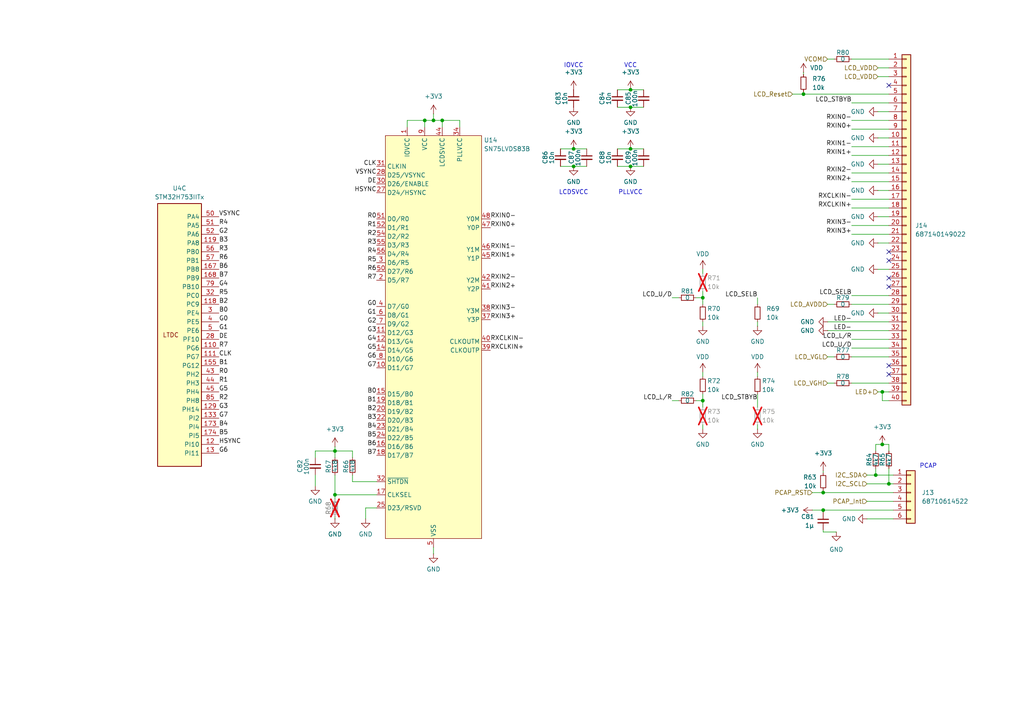
<source format=kicad_sch>
(kicad_sch
	(version 20231120)
	(generator "eeschema")
	(generator_version "8.0")
	(uuid "cfc08744-1338-460e-b9d6-bbb983fd58f1")
	(paper "A4")
	
	(junction
		(at 97.155 130.81)
		(diameter 0)
		(color 0 0 0 0)
		(uuid "0a014240-3880-4e76-9a94-85fc4b86e196")
	)
	(junction
		(at 166.37 48.26)
		(diameter 0)
		(color 0 0 0 0)
		(uuid "1a981e4a-df1f-4554-808a-8cb682e6b709")
	)
	(junction
		(at 255.905 128.905)
		(diameter 0)
		(color 0 0 0 0)
		(uuid "1f38e153-e651-4879-8c77-3220d9bfe30b")
	)
	(junction
		(at 182.88 26.035)
		(diameter 0)
		(color 0 0 0 0)
		(uuid "36bddcfd-11d5-48fe-af61-3a943aa79791")
	)
	(junction
		(at 257.81 140.335)
		(diameter 0)
		(color 0 0 0 0)
		(uuid "3925a27d-4875-405a-8c29-a7ba8d4725f7")
	)
	(junction
		(at 125.73 34.925)
		(diameter 0)
		(color 0 0 0 0)
		(uuid "51eeccfe-6686-4ca9-8aba-d515e08cb179")
	)
	(junction
		(at 203.835 86.36)
		(diameter 0)
		(color 0 0 0 0)
		(uuid "587b8044-6d76-4594-b205-64f5ae3d0cbf")
	)
	(junction
		(at 128.27 34.925)
		(diameter 0)
		(color 0 0 0 0)
		(uuid "5e4fb1b3-b906-42cb-9bcf-1fe43b515c5c")
	)
	(junction
		(at 123.19 34.925)
		(diameter 0)
		(color 0 0 0 0)
		(uuid "6921e377-c6aa-4918-8f18-78751ee65e4b")
	)
	(junction
		(at 233.045 27.305)
		(diameter 0)
		(color 0 0 0 0)
		(uuid "6b7b1be5-7851-40f7-b61c-54746ac8b71c")
	)
	(junction
		(at 166.37 43.18)
		(diameter 0)
		(color 0 0 0 0)
		(uuid "6f2f8254-1c91-4009-962f-948e94f45990")
	)
	(junction
		(at 238.76 147.955)
		(diameter 0)
		(color 0 0 0 0)
		(uuid "833e2d64-fc43-464a-9283-f695744d3d12")
	)
	(junction
		(at 255.905 113.665)
		(diameter 0)
		(color 0 0 0 0)
		(uuid "89518f6e-9c83-421f-9c57-ab6c1f4a7a34")
	)
	(junction
		(at 97.155 143.51)
		(diameter 0)
		(color 0 0 0 0)
		(uuid "b360e58b-d3d1-4f91-b7db-26a83f81783f")
	)
	(junction
		(at 238.76 142.875)
		(diameter 0)
		(color 0 0 0 0)
		(uuid "ba9f6885-d1c2-4976-8e6c-b3c768d67c14")
	)
	(junction
		(at 203.835 116.205)
		(diameter 0)
		(color 0 0 0 0)
		(uuid "cbdd449a-e405-445e-a272-3419885e6243")
	)
	(junction
		(at 182.88 48.26)
		(diameter 0)
		(color 0 0 0 0)
		(uuid "d008a368-33cc-4d3e-b958-698d092dfcd5")
	)
	(junction
		(at 182.88 31.115)
		(diameter 0)
		(color 0 0 0 0)
		(uuid "ec8f96ba-b615-4c3c-85a1-f8ab19bdb118")
	)
	(junction
		(at 182.88 43.18)
		(diameter 0)
		(color 0 0 0 0)
		(uuid "f4221231-7f4d-4ee4-b654-d71f985c5bf1")
	)
	(junction
		(at 254 137.795)
		(diameter 0)
		(color 0 0 0 0)
		(uuid "f621acd5-9b92-4da7-afc1-ea1e53f7700e")
	)
	(no_connect
		(at 257.81 108.585)
		(uuid "206530de-08a6-4322-927d-360e1543f9c3")
	)
	(no_connect
		(at 257.81 80.645)
		(uuid "4670c019-b6c9-4fcc-b1c1-90483035a52d")
	)
	(no_connect
		(at 257.81 73.025)
		(uuid "57ba4c83-7552-48dc-a263-d34d0b323fe5")
	)
	(no_connect
		(at 257.81 83.185)
		(uuid "58e4a9ba-9959-41ee-8aa7-af7bb26bb0fc")
	)
	(no_connect
		(at 257.81 75.565)
		(uuid "6656bea9-1e28-47cc-8494-9faa91d6f4b4")
	)
	(no_connect
		(at 257.81 24.765)
		(uuid "b5294258-8b2c-4d02-a271-4a5af5e8753b")
	)
	(no_connect
		(at 257.81 106.045)
		(uuid "d5a720d4-226e-4161-a590-27effc13fbc0")
	)
	(wire
		(pts
			(xy 182.88 48.26) (xy 186.69 48.26)
		)
		(stroke
			(width 0)
			(type default)
		)
		(uuid "0298da3d-88c6-441a-bd23-3a8b6279e8c9")
	)
	(wire
		(pts
			(xy 251.46 140.335) (xy 257.81 140.335)
		)
		(stroke
			(width 0)
			(type default)
		)
		(uuid "05e528cd-cd25-429f-b1b3-d804461f1fbb")
	)
	(wire
		(pts
			(xy 257.81 135.89) (xy 257.81 140.335)
		)
		(stroke
			(width 0)
			(type default)
		)
		(uuid "06b39ecd-f131-4d5e-be11-106155e0051c")
	)
	(wire
		(pts
			(xy 97.155 149.86) (xy 97.155 150.495)
		)
		(stroke
			(width 0)
			(type default)
		)
		(uuid "09997052-fd26-4555-95c6-8743f1453e4f")
	)
	(wire
		(pts
			(xy 102.235 130.81) (xy 102.235 132.715)
		)
		(stroke
			(width 0)
			(type default)
		)
		(uuid "0c8bd05c-5fba-4223-a449-4cbbc5bdec09")
	)
	(wire
		(pts
			(xy 133.35 34.925) (xy 133.35 36.83)
		)
		(stroke
			(width 0)
			(type default)
		)
		(uuid "0fe53239-7447-4eb5-8ad5-c0e8b73b79db")
	)
	(wire
		(pts
			(xy 125.73 158.75) (xy 125.73 160.655)
		)
		(stroke
			(width 0)
			(type default)
		)
		(uuid "10cb2966-9e76-4d0b-ae0d-260f6ad04f92")
	)
	(wire
		(pts
			(xy 247.015 111.125) (xy 257.81 111.125)
		)
		(stroke
			(width 0)
			(type default)
		)
		(uuid "13c63c44-473b-4821-bfdb-9dab528786c2")
	)
	(wire
		(pts
			(xy 203.835 116.205) (xy 203.835 118.11)
		)
		(stroke
			(width 0)
			(type default)
		)
		(uuid "1682fa89-003e-4157-a37f-bb74a89a1921")
	)
	(wire
		(pts
			(xy 233.045 20.955) (xy 233.045 21.59)
		)
		(stroke
			(width 0)
			(type default)
		)
		(uuid "17155407-70a1-437c-acf1-ef8c745c8d55")
	)
	(wire
		(pts
			(xy 238.76 147.955) (xy 238.76 148.59)
		)
		(stroke
			(width 0)
			(type default)
		)
		(uuid "193249d7-42be-4aa3-9346-3782bac88bef")
	)
	(wire
		(pts
			(xy 203.835 78.105) (xy 203.835 79.375)
		)
		(stroke
			(width 0)
			(type default)
		)
		(uuid "19ebde49-e7ee-4f44-aa21-c9a530b73c81")
	)
	(wire
		(pts
			(xy 254.635 90.805) (xy 257.81 90.805)
		)
		(stroke
			(width 0)
			(type default)
		)
		(uuid "1c029d85-b489-425d-b4be-7fb14080dda1")
	)
	(wire
		(pts
			(xy 247.015 88.265) (xy 257.81 88.265)
		)
		(stroke
			(width 0)
			(type default)
		)
		(uuid "1d48773f-2c67-4fd6-b92d-82324b248da6")
	)
	(wire
		(pts
			(xy 247.015 103.505) (xy 257.81 103.505)
		)
		(stroke
			(width 0)
			(type default)
		)
		(uuid "1ec68ab0-74c3-4639-83cb-e6593f6a6859")
	)
	(wire
		(pts
			(xy 97.155 130.81) (xy 102.235 130.81)
		)
		(stroke
			(width 0)
			(type default)
		)
		(uuid "23b220bd-13e9-445f-ae5e-3ab326eee3d2")
	)
	(wire
		(pts
			(xy 238.76 142.24) (xy 238.76 142.875)
		)
		(stroke
			(width 0)
			(type default)
		)
		(uuid "23c600d3-e761-4c99-b45d-34adfb2a9b67")
	)
	(wire
		(pts
			(xy 247.015 60.325) (xy 257.81 60.325)
		)
		(stroke
			(width 0)
			(type default)
		)
		(uuid "27619d87-814b-4e66-8ce5-84c9b258f0bf")
	)
	(wire
		(pts
			(xy 247.015 65.405) (xy 257.81 65.405)
		)
		(stroke
			(width 0)
			(type default)
		)
		(uuid "2f1b7142-5359-4472-b1fd-de96165f83e6")
	)
	(wire
		(pts
			(xy 254.635 22.225) (xy 257.81 22.225)
		)
		(stroke
			(width 0)
			(type default)
		)
		(uuid "2f4e38f2-30cc-442c-b415-30467d32412d")
	)
	(wire
		(pts
			(xy 109.22 139.7) (xy 102.235 139.7)
		)
		(stroke
			(width 0)
			(type default)
		)
		(uuid "2fa43b00-581c-4b57-a7a9-a604f50b01d8")
	)
	(wire
		(pts
			(xy 194.945 116.205) (xy 196.85 116.205)
		)
		(stroke
			(width 0)
			(type default)
		)
		(uuid "30ffd6f7-ef1f-437f-9a7c-a23e216c9290")
	)
	(wire
		(pts
			(xy 219.71 86.36) (xy 219.71 88.265)
		)
		(stroke
			(width 0)
			(type default)
		)
		(uuid "312df952-f886-423f-9ecc-b76acc89c019")
	)
	(wire
		(pts
			(xy 247.015 57.785) (xy 257.81 57.785)
		)
		(stroke
			(width 0)
			(type default)
		)
		(uuid "338cbeb0-9e4c-42b6-9787-f19a5da2870c")
	)
	(wire
		(pts
			(xy 233.045 26.67) (xy 233.045 27.305)
		)
		(stroke
			(width 0)
			(type default)
		)
		(uuid "354a3f1c-1c85-4f32-9b4a-8a7f5efa4e0a")
	)
	(wire
		(pts
			(xy 254 128.905) (xy 255.905 128.905)
		)
		(stroke
			(width 0)
			(type default)
		)
		(uuid "357e09a7-75f7-41a8-8c60-319f523d3773")
	)
	(wire
		(pts
			(xy 97.155 132.715) (xy 97.155 130.81)
		)
		(stroke
			(width 0)
			(type default)
		)
		(uuid "36eb8b53-c7a4-49dd-be5b-2105c6730fe4")
	)
	(wire
		(pts
			(xy 203.835 114.3) (xy 203.835 116.205)
		)
		(stroke
			(width 0)
			(type default)
		)
		(uuid "37521562-0348-42d1-a316-ad5f22f99668")
	)
	(wire
		(pts
			(xy 106.045 147.32) (xy 109.22 147.32)
		)
		(stroke
			(width 0)
			(type default)
		)
		(uuid "3a719ff8-c0b4-4593-b1f0-e26697bd70c2")
	)
	(wire
		(pts
			(xy 219.71 93.345) (xy 219.71 94.615)
		)
		(stroke
			(width 0)
			(type default)
		)
		(uuid "3ae24d99-1378-4e06-9b17-fab03726b185")
	)
	(wire
		(pts
			(xy 255.905 116.205) (xy 255.905 113.665)
		)
		(stroke
			(width 0)
			(type default)
		)
		(uuid "3d796974-152f-4f56-bd9a-5cb2a66feb94")
	)
	(wire
		(pts
			(xy 251.46 137.795) (xy 254 137.795)
		)
		(stroke
			(width 0)
			(type default)
		)
		(uuid "3f295cfd-ebba-4b1e-bac9-708590bd77b6")
	)
	(wire
		(pts
			(xy 91.44 130.81) (xy 97.155 130.81)
		)
		(stroke
			(width 0)
			(type default)
		)
		(uuid "45d0edf7-736a-4aa7-a23f-5212f8458eff")
	)
	(wire
		(pts
			(xy 247.015 17.145) (xy 257.81 17.145)
		)
		(stroke
			(width 0)
			(type default)
		)
		(uuid "466f5f35-7ab1-4d99-b939-c70f85820bed")
	)
	(wire
		(pts
			(xy 255.905 116.205) (xy 257.81 116.205)
		)
		(stroke
			(width 0)
			(type default)
		)
		(uuid "4718d472-c8b6-4441-ab81-d18e38c07fbd")
	)
	(wire
		(pts
			(xy 247.015 52.705) (xy 257.81 52.705)
		)
		(stroke
			(width 0)
			(type default)
		)
		(uuid "48985834-8e71-434f-b58e-ed9ffa085d20")
	)
	(wire
		(pts
			(xy 238.76 147.955) (xy 259.08 147.955)
		)
		(stroke
			(width 0)
			(type default)
		)
		(uuid "4c814185-20ab-4c63-85a3-08873cf631b5")
	)
	(wire
		(pts
			(xy 235.585 142.875) (xy 238.76 142.875)
		)
		(stroke
			(width 0)
			(type default)
		)
		(uuid "51176f82-a718-44d9-8aac-1fbaebeebff1")
	)
	(wire
		(pts
			(xy 125.73 34.925) (xy 128.27 34.925)
		)
		(stroke
			(width 0)
			(type default)
		)
		(uuid "512c3170-6919-410f-ab24-a01210192fc0")
	)
	(wire
		(pts
			(xy 162.56 48.26) (xy 166.37 48.26)
		)
		(stroke
			(width 0)
			(type default)
		)
		(uuid "57ab13e2-8a92-42d1-9fb8-6b02d0766ffe")
	)
	(wire
		(pts
			(xy 201.93 116.205) (xy 203.835 116.205)
		)
		(stroke
			(width 0)
			(type default)
		)
		(uuid "5bb6ede0-1f09-4ee3-b054-e913caa88144")
	)
	(wire
		(pts
			(xy 254.635 62.865) (xy 257.81 62.865)
		)
		(stroke
			(width 0)
			(type default)
		)
		(uuid "5d74f553-7285-4b03-8f7a-7493264e6ca7")
	)
	(wire
		(pts
			(xy 240.03 93.345) (xy 257.81 93.345)
		)
		(stroke
			(width 0)
			(type default)
		)
		(uuid "5f241d29-31c2-41f4-bd3d-059c2e65be39")
	)
	(wire
		(pts
			(xy 219.71 107.95) (xy 219.71 109.22)
		)
		(stroke
			(width 0)
			(type default)
		)
		(uuid "60c7230e-5bca-4180-bcca-03d23889c8d9")
	)
	(wire
		(pts
			(xy 240.03 17.145) (xy 241.935 17.145)
		)
		(stroke
			(width 0)
			(type default)
		)
		(uuid "618979c3-fee3-4fd4-90b7-b3a321c9831f")
	)
	(wire
		(pts
			(xy 166.37 43.18) (xy 170.18 43.18)
		)
		(stroke
			(width 0)
			(type default)
		)
		(uuid "652c6c39-fa45-4f03-89a8-cde00a0d1335")
	)
	(wire
		(pts
			(xy 194.945 86.36) (xy 196.85 86.36)
		)
		(stroke
			(width 0)
			(type default)
		)
		(uuid "65cc8ab6-13ef-40a8-9b07-cc9baf602c04")
	)
	(wire
		(pts
			(xy 247.015 67.945) (xy 257.81 67.945)
		)
		(stroke
			(width 0)
			(type default)
		)
		(uuid "671eb76e-ac7c-495b-9377-d06227dbda46")
	)
	(wire
		(pts
			(xy 219.71 123.19) (xy 219.71 124.46)
		)
		(stroke
			(width 0)
			(type default)
		)
		(uuid "68278b12-7341-4bce-ab78-6f965d6478a7")
	)
	(wire
		(pts
			(xy 201.93 86.36) (xy 203.835 86.36)
		)
		(stroke
			(width 0)
			(type default)
		)
		(uuid "6e4fea39-f48b-434e-b2ca-502d3b4c5e09")
	)
	(wire
		(pts
			(xy 106.045 150.495) (xy 106.045 147.32)
		)
		(stroke
			(width 0)
			(type default)
		)
		(uuid "6f5af170-38aa-4c58-a2e9-2e76e811c87e")
	)
	(wire
		(pts
			(xy 247.015 100.965) (xy 257.81 100.965)
		)
		(stroke
			(width 0)
			(type default)
		)
		(uuid "71413b15-4c29-4db8-9aca-4d4d08e03b81")
	)
	(wire
		(pts
			(xy 203.835 93.345) (xy 203.835 94.615)
		)
		(stroke
			(width 0)
			(type default)
		)
		(uuid "71808231-1ba2-4266-ac0d-4cd719878a39")
	)
	(wire
		(pts
			(xy 251.46 145.415) (xy 259.08 145.415)
		)
		(stroke
			(width 0)
			(type default)
		)
		(uuid "718cbf0e-2c2e-4dfb-aa82-e96c26e595e9")
	)
	(wire
		(pts
			(xy 123.19 34.925) (xy 125.73 34.925)
		)
		(stroke
			(width 0)
			(type default)
		)
		(uuid "79289023-9eda-4942-b277-ffdf5c17a90c")
	)
	(wire
		(pts
			(xy 219.71 114.3) (xy 219.71 118.11)
		)
		(stroke
			(width 0)
			(type default)
		)
		(uuid "79526d75-b91c-4e80-a209-f4f7252523a2")
	)
	(wire
		(pts
			(xy 240.03 95.885) (xy 257.81 95.885)
		)
		(stroke
			(width 0)
			(type default)
		)
		(uuid "7a3e6c4f-9432-460d-bcc3-675f61fb2f7b")
	)
	(wire
		(pts
			(xy 240.03 88.265) (xy 241.935 88.265)
		)
		(stroke
			(width 0)
			(type default)
		)
		(uuid "7ba4c5a6-fc2a-42bf-835e-6d3fe146eb49")
	)
	(wire
		(pts
			(xy 247.015 85.725) (xy 257.81 85.725)
		)
		(stroke
			(width 0)
			(type default)
		)
		(uuid "7d97b2ea-9c3a-4444-8140-5f88442d21a4")
	)
	(wire
		(pts
			(xy 102.235 139.7) (xy 102.235 137.795)
		)
		(stroke
			(width 0)
			(type default)
		)
		(uuid "7ef4ed38-09cf-4dc1-8d17-593720d6bfbd")
	)
	(wire
		(pts
			(xy 257.81 140.335) (xy 259.08 140.335)
		)
		(stroke
			(width 0)
			(type default)
		)
		(uuid "80449c22-7a2e-48ef-b100-319c64440b08")
	)
	(wire
		(pts
			(xy 91.44 130.81) (xy 91.44 132.715)
		)
		(stroke
			(width 0)
			(type default)
		)
		(uuid "8052b36c-73f0-4c99-a4b1-bba64c1b82e2")
	)
	(wire
		(pts
			(xy 118.11 34.925) (xy 123.19 34.925)
		)
		(stroke
			(width 0)
			(type default)
		)
		(uuid "82256a26-20d4-4f1c-8160-6219baaaf0fd")
	)
	(wire
		(pts
			(xy 179.07 31.115) (xy 182.88 31.115)
		)
		(stroke
			(width 0)
			(type default)
		)
		(uuid "824ceded-869f-4f61-9b0d-737a6d94db16")
	)
	(wire
		(pts
			(xy 254.635 32.385) (xy 257.81 32.385)
		)
		(stroke
			(width 0)
			(type default)
		)
		(uuid "83cc7d18-3605-4624-a3e7-065a5db17972")
	)
	(wire
		(pts
			(xy 97.155 129.54) (xy 97.155 130.81)
		)
		(stroke
			(width 0)
			(type default)
		)
		(uuid "862bf58b-0b37-45d1-90c8-c77c888bb601")
	)
	(wire
		(pts
			(xy 238.76 142.875) (xy 259.08 142.875)
		)
		(stroke
			(width 0)
			(type default)
		)
		(uuid "8a253ece-2bc3-43e4-9198-530d6b262d90")
	)
	(wire
		(pts
			(xy 255.905 113.665) (xy 257.81 113.665)
		)
		(stroke
			(width 0)
			(type default)
		)
		(uuid "8b0d9d8b-5c7a-4cad-883a-66ceb5f7ef54")
	)
	(wire
		(pts
			(xy 240.03 103.505) (xy 241.935 103.505)
		)
		(stroke
			(width 0)
			(type default)
		)
		(uuid "8b6da8b0-de78-4e0a-9628-aa523a0de7bb")
	)
	(wire
		(pts
			(xy 254.635 70.485) (xy 257.81 70.485)
		)
		(stroke
			(width 0)
			(type default)
		)
		(uuid "8fcba768-840e-438e-ac66-8ec626ed306c")
	)
	(wire
		(pts
			(xy 162.56 43.18) (xy 166.37 43.18)
		)
		(stroke
			(width 0)
			(type default)
		)
		(uuid "90afa069-9607-44d1-8a5b-5ef07d699a4a")
	)
	(wire
		(pts
			(xy 238.76 153.67) (xy 238.76 154.305)
		)
		(stroke
			(width 0)
			(type default)
		)
		(uuid "935c8a75-ba66-49fc-92ef-91648e9fffac")
	)
	(wire
		(pts
			(xy 123.19 34.925) (xy 123.19 36.83)
		)
		(stroke
			(width 0)
			(type default)
		)
		(uuid "95aa725c-7b4c-4809-b773-ab53822a785e")
	)
	(wire
		(pts
			(xy 91.44 137.795) (xy 91.44 140.97)
		)
		(stroke
			(width 0)
			(type default)
		)
		(uuid "96be8705-1aaf-4f28-aace-ecacb5b0fc86")
	)
	(wire
		(pts
			(xy 235.585 147.955) (xy 238.76 147.955)
		)
		(stroke
			(width 0)
			(type default)
		)
		(uuid "9af2513d-bd0e-422c-8c69-9f61ea71fb1c")
	)
	(wire
		(pts
			(xy 247.015 34.925) (xy 257.81 34.925)
		)
		(stroke
			(width 0)
			(type default)
		)
		(uuid "9afaf073-8914-4b5f-9a09-321c7823603b")
	)
	(wire
		(pts
			(xy 257.81 128.905) (xy 257.81 130.81)
		)
		(stroke
			(width 0)
			(type default)
		)
		(uuid "9c4d6a6f-f984-42f1-a37b-45ccd36c49c2")
	)
	(wire
		(pts
			(xy 254.635 113.665) (xy 255.905 113.665)
		)
		(stroke
			(width 0)
			(type default)
		)
		(uuid "9cb67b43-cabd-47e1-99bb-bf896041f2a0")
	)
	(wire
		(pts
			(xy 255.905 128.905) (xy 257.81 128.905)
		)
		(stroke
			(width 0)
			(type default)
		)
		(uuid "9cd4ebb7-1f67-4d4a-86a6-5d4df2a67f6d")
	)
	(wire
		(pts
			(xy 238.76 136.525) (xy 238.76 137.16)
		)
		(stroke
			(width 0)
			(type default)
		)
		(uuid "a38bdfda-67d3-463a-8274-24b317601fed")
	)
	(wire
		(pts
			(xy 182.88 43.18) (xy 186.69 43.18)
		)
		(stroke
			(width 0)
			(type default)
		)
		(uuid "a42e8e46-cd2f-432f-9417-b53432b08db3")
	)
	(wire
		(pts
			(xy 233.045 27.305) (xy 257.81 27.305)
		)
		(stroke
			(width 0)
			(type default)
		)
		(uuid "a94d2cb2-c0e3-4b77-867f-08036eb8635e")
	)
	(wire
		(pts
			(xy 166.37 48.26) (xy 170.18 48.26)
		)
		(stroke
			(width 0)
			(type default)
		)
		(uuid "a9ab5bcb-7b6e-465d-8750-6972b61c2bbb")
	)
	(wire
		(pts
			(xy 182.88 31.115) (xy 186.69 31.115)
		)
		(stroke
			(width 0)
			(type default)
		)
		(uuid "aa32b454-0871-44c0-a45c-e8ddba70bf7e")
	)
	(wire
		(pts
			(xy 247.015 50.165) (xy 257.81 50.165)
		)
		(stroke
			(width 0)
			(type default)
		)
		(uuid "ae07fa32-ecd4-4f47-9f9a-68257480dc89")
	)
	(wire
		(pts
			(xy 254.635 19.685) (xy 257.81 19.685)
		)
		(stroke
			(width 0)
			(type default)
		)
		(uuid "ae5d1da4-dc18-4b2d-bc7a-ff67f4fd9e22")
	)
	(wire
		(pts
			(xy 254.635 78.105) (xy 257.81 78.105)
		)
		(stroke
			(width 0)
			(type default)
		)
		(uuid "b3918266-6f83-4b67-95c2-a18adeb3b8f8")
	)
	(wire
		(pts
			(xy 247.015 98.425) (xy 257.81 98.425)
		)
		(stroke
			(width 0)
			(type default)
		)
		(uuid "b74665b8-9c25-4e6e-9b69-3020ade95bd7")
	)
	(wire
		(pts
			(xy 238.76 154.305) (xy 242.57 154.305)
		)
		(stroke
			(width 0)
			(type default)
		)
		(uuid "b7e2efa6-f22e-4665-a0a0-177864f61809")
	)
	(wire
		(pts
			(xy 125.73 33.02) (xy 125.73 34.925)
		)
		(stroke
			(width 0)
			(type default)
		)
		(uuid "b840f00d-7dd3-40a7-a038-2bd1432f126e")
	)
	(wire
		(pts
			(xy 128.27 34.925) (xy 133.35 34.925)
		)
		(stroke
			(width 0)
			(type default)
		)
		(uuid "b92b6ecf-f5c2-4e28-a6c0-424f103af062")
	)
	(wire
		(pts
			(xy 254.635 55.245) (xy 257.81 55.245)
		)
		(stroke
			(width 0)
			(type default)
		)
		(uuid "ba578d3a-fb82-4cea-8c1f-7e1fda372293")
	)
	(wire
		(pts
			(xy 254 137.795) (xy 259.08 137.795)
		)
		(stroke
			(width 0)
			(type default)
		)
		(uuid "bbd5ddb8-14c3-4b2b-aa92-4b50e140d68c")
	)
	(wire
		(pts
			(xy 251.46 150.495) (xy 259.08 150.495)
		)
		(stroke
			(width 0)
			(type default)
		)
		(uuid "bc4832a6-be93-4682-a561-6bd59cf7249f")
	)
	(wire
		(pts
			(xy 254 128.905) (xy 254 130.81)
		)
		(stroke
			(width 0)
			(type default)
		)
		(uuid "bd98bc5c-a944-4744-b53e-8f22f3ee1dda")
	)
	(wire
		(pts
			(xy 247.015 37.465) (xy 257.81 37.465)
		)
		(stroke
			(width 0)
			(type default)
		)
		(uuid "bef8842b-46f7-4d9f-b8ff-b5523cb14e85")
	)
	(wire
		(pts
			(xy 254.635 40.005) (xy 257.81 40.005)
		)
		(stroke
			(width 0)
			(type default)
		)
		(uuid "bf23b9bf-e84b-4f47-83d9-2d403c4d44e9")
	)
	(wire
		(pts
			(xy 179.07 43.18) (xy 182.88 43.18)
		)
		(stroke
			(width 0)
			(type default)
		)
		(uuid "c98340a9-4958-44da-bead-778ce16b983c")
	)
	(wire
		(pts
			(xy 247.015 45.085) (xy 257.81 45.085)
		)
		(stroke
			(width 0)
			(type default)
		)
		(uuid "c9db60b3-18a2-4d9a-b871-8efab5d8404d")
	)
	(wire
		(pts
			(xy 179.07 26.035) (xy 182.88 26.035)
		)
		(stroke
			(width 0)
			(type default)
		)
		(uuid "cedf6cc6-cf0c-4876-9970-dbb1e94e38da")
	)
	(wire
		(pts
			(xy 203.835 86.36) (xy 203.835 88.265)
		)
		(stroke
			(width 0)
			(type default)
		)
		(uuid "e03c2f78-ecb6-4011-a780-91df4e9eb48f")
	)
	(wire
		(pts
			(xy 203.835 107.95) (xy 203.835 109.22)
		)
		(stroke
			(width 0)
			(type default)
		)
		(uuid "e0bfcbdd-bdf9-48a7-a6f5-92a1581af31c")
	)
	(wire
		(pts
			(xy 247.015 42.545) (xy 257.81 42.545)
		)
		(stroke
			(width 0)
			(type default)
		)
		(uuid "e2388c05-3c96-4150-bfba-fabf46d0bbae")
	)
	(wire
		(pts
			(xy 97.155 137.795) (xy 97.155 143.51)
		)
		(stroke
			(width 0)
			(type default)
		)
		(uuid "e70de6e4-78af-4d30-a1cb-1182b39e31e4")
	)
	(wire
		(pts
			(xy 118.11 36.83) (xy 118.11 34.925)
		)
		(stroke
			(width 0)
			(type default)
		)
		(uuid "ea9d0ea8-e098-4297-9c55-b45bedd20476")
	)
	(wire
		(pts
			(xy 179.07 48.26) (xy 182.88 48.26)
		)
		(stroke
			(width 0)
			(type default)
		)
		(uuid "f16df34f-8751-4964-b975-6f243a856a47")
	)
	(wire
		(pts
			(xy 240.03 111.125) (xy 241.935 111.125)
		)
		(stroke
			(width 0)
			(type default)
		)
		(uuid "f2557df2-1adf-456b-8f1a-153221d9ea7f")
	)
	(wire
		(pts
			(xy 254 135.89) (xy 254 137.795)
		)
		(stroke
			(width 0)
			(type default)
		)
		(uuid "f34b4a7f-30c2-4c02-acad-64be66476446")
	)
	(wire
		(pts
			(xy 97.155 143.51) (xy 109.22 143.51)
		)
		(stroke
			(width 0)
			(type default)
		)
		(uuid "f554973e-e8dd-4851-bca8-6fe663208a8f")
	)
	(wire
		(pts
			(xy 97.155 143.51) (xy 97.155 144.78)
		)
		(stroke
			(width 0)
			(type default)
		)
		(uuid "f564e718-be05-4a41-9b64-a20ab63ac335")
	)
	(wire
		(pts
			(xy 203.835 123.19) (xy 203.835 124.46)
		)
		(stroke
			(width 0)
			(type default)
		)
		(uuid "f86d5a4b-b4ea-4bd2-b58a-bff92fc439ab")
	)
	(wire
		(pts
			(xy 247.015 29.845) (xy 257.81 29.845)
		)
		(stroke
			(width 0)
			(type default)
		)
		(uuid "f8bd3e43-06b8-48bc-969c-a24c8a936e42")
	)
	(wire
		(pts
			(xy 229.87 27.305) (xy 233.045 27.305)
		)
		(stroke
			(width 0)
			(type default)
		)
		(uuid "f907b5bd-be26-4ce3-bba1-b715c06131de")
	)
	(wire
		(pts
			(xy 203.835 84.455) (xy 203.835 86.36)
		)
		(stroke
			(width 0)
			(type default)
		)
		(uuid "fc269f37-55eb-4e62-8764-57f209f35f43")
	)
	(wire
		(pts
			(xy 254.635 47.625) (xy 257.81 47.625)
		)
		(stroke
			(width 0)
			(type default)
		)
		(uuid "fd2d8bec-9089-483f-bc2e-e8ddcafcfebb")
	)
	(wire
		(pts
			(xy 128.27 34.925) (xy 128.27 36.83)
		)
		(stroke
			(width 0)
			(type default)
		)
		(uuid "fe954440-ef8c-4f09-84e0-0a27616cf92c")
	)
	(wire
		(pts
			(xy 182.88 26.035) (xy 186.69 26.035)
		)
		(stroke
			(width 0)
			(type default)
		)
		(uuid "ffa19dcc-fc4d-4cde-b3c6-4f1326019579")
	)
	(text "PLLVCC"
		(exclude_from_sim no)
		(at 182.88 55.88 0)
		(effects
			(font
				(size 1.27 1.27)
			)
		)
		(uuid "69441736-eb38-4f01-a3f7-3aea416466f1")
	)
	(text "VCC"
		(exclude_from_sim no)
		(at 182.88 19.05 0)
		(effects
			(font
				(size 1.27 1.27)
			)
		)
		(uuid "7910a5ee-8ec7-4e91-a5a0-12c5f115d328")
	)
	(text "PCAP"
		(exclude_from_sim no)
		(at 269.24 135.255 0)
		(effects
			(font
				(size 1.27 1.27)
			)
		)
		(uuid "953f9d08-beaa-4a51-9778-13ce58a1a9e4")
	)
	(text "IOVCC"
		(exclude_from_sim no)
		(at 166.37 19.05 0)
		(effects
			(font
				(size 1.27 1.27)
			)
		)
		(uuid "9606f5f8-be5b-4b2d-8242-fc97946d3518")
	)
	(text "LCDSVCC"
		(exclude_from_sim no)
		(at 166.37 55.88 0)
		(effects
			(font
				(size 1.27 1.27)
			)
		)
		(uuid "b0eadaf5-52dd-452a-a86a-3eeecaa6db12")
	)
	(label "RXIN3-"
		(at 142.24 90.17 0)
		(effects
			(font
				(size 1.27 1.27)
			)
			(justify left bottom)
		)
		(uuid "00d2695c-ba7e-4b9b-a7dc-eb3405ab6848")
	)
	(label "CLK"
		(at 109.22 48.26 180)
		(effects
			(font
				(size 1.27 1.27)
			)
			(justify right bottom)
		)
		(uuid "0152042a-2e95-49bd-8c52-583776a4d18d")
	)
	(label "G7"
		(at 109.22 106.68 180)
		(effects
			(font
				(size 1.27 1.27)
			)
			(justify right bottom)
		)
		(uuid "08754e1f-e8f7-4846-ab84-6afec5cd4af9")
	)
	(label "R6"
		(at 63.5 75.565 0)
		(effects
			(font
				(size 1.27 1.27)
			)
			(justify left bottom)
		)
		(uuid "08ca3b5f-fac8-4fb4-9832-087b8859e3e4")
	)
	(label "G6"
		(at 63.5 131.445 0)
		(effects
			(font
				(size 1.27 1.27)
			)
			(justify left bottom)
		)
		(uuid "096b0597-da20-426d-a588-67938caf16a3")
	)
	(label "B0"
		(at 109.22 114.3 180)
		(effects
			(font
				(size 1.27 1.27)
			)
			(justify right bottom)
		)
		(uuid "096d8b65-3f35-45ea-a2cb-ec5d8c6d025a")
	)
	(label "RXIN2+"
		(at 247.015 52.705 180)
		(effects
			(font
				(size 1.27 1.27)
			)
			(justify right bottom)
		)
		(uuid "0e44530d-a1d4-42ae-910e-b7fa88ab0906")
	)
	(label "G6"
		(at 109.22 104.14 180)
		(effects
			(font
				(size 1.27 1.27)
			)
			(justify right bottom)
		)
		(uuid "148f24ec-133d-46ba-8469-e51a77694918")
	)
	(label "LED-"
		(at 247.015 95.885 180)
		(effects
			(font
				(size 1.27 1.27)
			)
			(justify right bottom)
		)
		(uuid "1734c896-d62e-44bd-8d20-21a2e9dccd60")
	)
	(label "B0"
		(at 63.5 90.805 0)
		(effects
			(font
				(size 1.27 1.27)
			)
			(justify left bottom)
		)
		(uuid "2533289e-e9d3-45ba-974c-2c60d94ab3ac")
	)
	(label "B5"
		(at 63.5 126.365 0)
		(effects
			(font
				(size 1.27 1.27)
			)
			(justify left bottom)
		)
		(uuid "2b03ce00-50b9-443b-a694-95e2ad9fbd0b")
	)
	(label "RXCLKIN+"
		(at 247.015 60.325 180)
		(effects
			(font
				(size 1.27 1.27)
			)
			(justify right bottom)
		)
		(uuid "2bc06b32-3f21-403a-9e2f-cc5591cc7bf4")
	)
	(label "B6"
		(at 63.5 78.105 0)
		(effects
			(font
				(size 1.27 1.27)
			)
			(justify left bottom)
		)
		(uuid "2f13269d-acbc-4026-a52b-966bcaf67fb9")
	)
	(label "R5"
		(at 109.22 76.2 180)
		(effects
			(font
				(size 1.27 1.27)
			)
			(justify right bottom)
		)
		(uuid "2f9635c8-4f48-4faf-a078-cffff38268eb")
	)
	(label "G5"
		(at 109.22 101.6 180)
		(effects
			(font
				(size 1.27 1.27)
			)
			(justify right bottom)
		)
		(uuid "2ff65520-03fa-4157-9b8f-e439531e5d4d")
	)
	(label "R5"
		(at 63.5 85.725 0)
		(effects
			(font
				(size 1.27 1.27)
			)
			(justify left bottom)
		)
		(uuid "30a26e4c-77dd-4daa-959d-9445d0b53384")
	)
	(label "LCD_STBYB"
		(at 219.71 116.205 180)
		(effects
			(font
				(size 1.27 1.27)
			)
			(justify right bottom)
		)
		(uuid "313daad7-5729-4cd5-a0eb-96ce9856e820")
	)
	(label "HSYNC"
		(at 63.5 128.905 0)
		(effects
			(font
				(size 1.27 1.27)
			)
			(justify left bottom)
		)
		(uuid "37ed1a4c-aaa7-4117-9939-eaf71c7fd3dd")
	)
	(label "VSYNC"
		(at 63.5 62.865 0)
		(effects
			(font
				(size 1.27 1.27)
			)
			(justify left bottom)
		)
		(uuid "4027ccb6-ccfc-48bb-ac38-97fd486ede19")
	)
	(label "R3"
		(at 63.5 73.025 0)
		(effects
			(font
				(size 1.27 1.27)
			)
			(justify left bottom)
		)
		(uuid "402fbdd1-f16d-42f6-b6d4-2893e3aeedfc")
	)
	(label "RXIN3+"
		(at 142.24 92.71 0)
		(effects
			(font
				(size 1.27 1.27)
			)
			(justify left bottom)
		)
		(uuid "4a58a965-b7ea-4b42-b760-89192e489f04")
	)
	(label "B3"
		(at 63.5 70.485 0)
		(effects
			(font
				(size 1.27 1.27)
			)
			(justify left bottom)
		)
		(uuid "4fe9fb27-c50c-4dba-8b12-14fe9d941704")
	)
	(label "R0"
		(at 63.5 108.585 0)
		(effects
			(font
				(size 1.27 1.27)
			)
			(justify left bottom)
		)
		(uuid "5036eab7-a315-4c60-9769-172ad985f941")
	)
	(label "R6"
		(at 109.22 78.74 180)
		(effects
			(font
				(size 1.27 1.27)
			)
			(justify right bottom)
		)
		(uuid "50a8c713-5dc9-4c0c-87ac-23fc241eaac3")
	)
	(label "RXIN3+"
		(at 247.015 67.945 180)
		(effects
			(font
				(size 1.27 1.27)
			)
			(justify right bottom)
		)
		(uuid "57003274-96a1-4384-8c1a-2fe513369741")
	)
	(label "R1"
		(at 63.5 111.125 0)
		(effects
			(font
				(size 1.27 1.27)
			)
			(justify left bottom)
		)
		(uuid "57fc748d-c2ac-41da-bfa8-02cfdd97af99")
	)
	(label "B1"
		(at 109.22 116.84 180)
		(effects
			(font
				(size 1.27 1.27)
			)
			(justify right bottom)
		)
		(uuid "5a19eec5-bc36-4a24-9e46-c05116e0da24")
	)
	(label "RXIN2-"
		(at 142.24 81.28 0)
		(effects
			(font
				(size 1.27 1.27)
			)
			(justify left bottom)
		)
		(uuid "5db48e7d-4953-4fc8-b0c0-3d62cafc07b8")
	)
	(label "G3"
		(at 63.5 118.745 0)
		(effects
			(font
				(size 1.27 1.27)
			)
			(justify left bottom)
		)
		(uuid "5ece0f61-52d4-421f-b104-18f73cbff931")
	)
	(label "DE"
		(at 63.5 98.425 0)
		(effects
			(font
				(size 1.27 1.27)
			)
			(justify left bottom)
		)
		(uuid "5f11e062-7669-4fed-ae54-2410bfd2c9aa")
	)
	(label "B4"
		(at 109.22 124.46 180)
		(effects
			(font
				(size 1.27 1.27)
			)
			(justify right bottom)
		)
		(uuid "6243d259-549d-440c-89a5-83209aebb695")
	)
	(label "G3"
		(at 109.22 96.52 180)
		(effects
			(font
				(size 1.27 1.27)
			)
			(justify right bottom)
		)
		(uuid "6475158b-452e-4407-bc5c-cbe2225862a0")
	)
	(label "B3"
		(at 109.22 121.92 180)
		(effects
			(font
				(size 1.27 1.27)
			)
			(justify right bottom)
		)
		(uuid "68a208c6-5f66-4de8-95eb-958a270c0efd")
	)
	(label "RXIN2+"
		(at 142.24 83.82 0)
		(effects
			(font
				(size 1.27 1.27)
			)
			(justify left bottom)
		)
		(uuid "6a680cca-13a6-4f53-947d-dd7b77cb8d80")
	)
	(label "RXCLKIN-"
		(at 142.24 99.06 0)
		(effects
			(font
				(size 1.27 1.27)
			)
			(justify left bottom)
		)
		(uuid "6f80c29e-dcfb-470f-b8a3-254f5fe8390b")
	)
	(label "G2"
		(at 109.22 93.98 180)
		(effects
			(font
				(size 1.27 1.27)
			)
			(justify right bottom)
		)
		(uuid "6fe78f8c-aa6c-495b-a2d0-7e4f6326bc40")
	)
	(label "LCD_L{slash}R"
		(at 194.945 116.205 180)
		(effects
			(font
				(size 1.27 1.27)
			)
			(justify right bottom)
		)
		(uuid "701f3dff-6da1-4e71-87d5-12c85549e106")
	)
	(label "R3"
		(at 109.22 71.12 180)
		(effects
			(font
				(size 1.27 1.27)
			)
			(justify right bottom)
		)
		(uuid "708b591f-2881-4ae0-a20b-d8559f75da6e")
	)
	(label "B5"
		(at 109.22 127 180)
		(effects
			(font
				(size 1.27 1.27)
			)
			(justify right bottom)
		)
		(uuid "70da06be-4e17-4517-957d-299c1ceb91d9")
	)
	(label "LCD_U{slash}D"
		(at 194.945 86.36 180)
		(effects
			(font
				(size 1.27 1.27)
			)
			(justify right bottom)
		)
		(uuid "736e1f78-2325-48bc-b630-11f9ba7deaad")
	)
	(label "G1"
		(at 109.22 91.44 180)
		(effects
			(font
				(size 1.27 1.27)
			)
			(justify right bottom)
		)
		(uuid "82a3c86b-2ae2-4258-a371-0c95745c9d37")
	)
	(label "RXIN1-"
		(at 247.015 42.545 180)
		(effects
			(font
				(size 1.27 1.27)
			)
			(justify right bottom)
		)
		(uuid "9071c682-3516-4aba-9b72-926e5fa6e5bc")
	)
	(label "R4"
		(at 109.22 73.66 180)
		(effects
			(font
				(size 1.27 1.27)
			)
			(justify right bottom)
		)
		(uuid "90d54928-5f90-4149-bde2-70defc6cd53c")
	)
	(label "B2"
		(at 109.22 119.38 180)
		(effects
			(font
				(size 1.27 1.27)
			)
			(justify right bottom)
		)
		(uuid "939d674a-7322-4175-89d4-6cd3eda47fcd")
	)
	(label "R2"
		(at 63.5 116.205 0)
		(effects
			(font
				(size 1.27 1.27)
			)
			(justify left bottom)
		)
		(uuid "94c16b95-1411-4c82-ab58-c6752095558e")
	)
	(label "RXIN1+"
		(at 247.015 45.085 180)
		(effects
			(font
				(size 1.27 1.27)
			)
			(justify right bottom)
		)
		(uuid "9905f431-c83d-495d-8fe2-35654f4019ee")
	)
	(label "R2"
		(at 109.22 68.58 180)
		(effects
			(font
				(size 1.27 1.27)
			)
			(justify right bottom)
		)
		(uuid "9935db15-f43d-43b7-bea3-038a4563c6a7")
	)
	(label "G4"
		(at 63.5 83.185 0)
		(effects
			(font
				(size 1.27 1.27)
			)
			(justify left bottom)
		)
		(uuid "9a114369-d623-4017-b616-6be20bbadbe7")
	)
	(label "G5"
		(at 63.5 113.665 0)
		(effects
			(font
				(size 1.27 1.27)
			)
			(justify left bottom)
		)
		(uuid "a74c3866-9696-441e-9426-16d3b6653334")
	)
	(label "R1"
		(at 109.22 66.04 180)
		(effects
			(font
				(size 1.27 1.27)
			)
			(justify right bottom)
		)
		(uuid "a817359a-3459-47a6-8818-6adb45365941")
	)
	(label "R7"
		(at 109.22 81.28 180)
		(effects
			(font
				(size 1.27 1.27)
			)
			(justify right bottom)
		)
		(uuid "ac079dbe-5a78-4a17-966e-171b8aced527")
	)
	(label "LCD_L{slash}R"
		(at 247.015 98.425 180)
		(effects
			(font
				(size 1.27 1.27)
			)
			(justify right bottom)
		)
		(uuid "af953849-ae79-4acc-9dd4-43444d84753b")
	)
	(label "B6"
		(at 109.22 129.54 180)
		(effects
			(font
				(size 1.27 1.27)
			)
			(justify right bottom)
		)
		(uuid "b0621dcb-a832-422e-b6eb-2d5b296b5c91")
	)
	(label "B1"
		(at 63.5 106.045 0)
		(effects
			(font
				(size 1.27 1.27)
			)
			(justify left bottom)
		)
		(uuid "b8bb422a-6cb6-44d7-8efe-c78bca779ae7")
	)
	(label "RXIN3-"
		(at 247.015 65.405 180)
		(effects
			(font
				(size 1.27 1.27)
			)
			(justify right bottom)
		)
		(uuid "b9c11c3c-104f-422e-aa41-9c235b7c0fc2")
	)
	(label "RXIN0+"
		(at 142.24 66.04 0)
		(effects
			(font
				(size 1.27 1.27)
			)
			(justify left bottom)
		)
		(uuid "b9c9e84b-4347-4742-9098-b667fb92b454")
	)
	(label "B7"
		(at 63.5 80.645 0)
		(effects
			(font
				(size 1.27 1.27)
			)
			(justify left bottom)
		)
		(uuid "c02d7445-1166-41f6-90dc-bbc5efa3194f")
	)
	(label "RXIN0+"
		(at 247.015 37.465 180)
		(effects
			(font
				(size 1.27 1.27)
			)
			(justify right bottom)
		)
		(uuid "c4763b04-115c-41c7-850d-a985c42bc0c0")
	)
	(label "RXIN0-"
		(at 142.24 63.5 0)
		(effects
			(font
				(size 1.27 1.27)
			)
			(justify left bottom)
		)
		(uuid "c7fe985c-fcd6-423c-9a11-e177e191ec62")
	)
	(label "G0"
		(at 109.22 88.9 180)
		(effects
			(font
				(size 1.27 1.27)
			)
			(justify right bottom)
		)
		(uuid "c8abbefb-8dd6-4a5b-a015-e266fb5b1ef4")
	)
	(label "R0"
		(at 109.22 63.5 180)
		(effects
			(font
				(size 1.27 1.27)
			)
			(justify right bottom)
		)
		(uuid "c9efc170-5f61-4d65-ad7e-22c526cf67ae")
	)
	(label "RXIN0-"
		(at 247.015 34.925 180)
		(effects
			(font
				(size 1.27 1.27)
			)
			(justify right bottom)
		)
		(uuid "d06c52dc-fbc3-4fab-9eee-173335b7e10f")
	)
	(label "RXIN2-"
		(at 247.015 50.165 180)
		(effects
			(font
				(size 1.27 1.27)
			)
			(justify right bottom)
		)
		(uuid "d0a7a9ef-000a-4c51-ad98-e4f29d14666f")
	)
	(label "VSYNC"
		(at 109.22 50.8 180)
		(effects
			(font
				(size 1.27 1.27)
			)
			(justify right bottom)
		)
		(uuid "d2598da9-f418-4cea-ba7a-c8a9e011890c")
	)
	(label "LED-"
		(at 247.015 93.345 180)
		(effects
			(font
				(size 1.27 1.27)
			)
			(justify right bottom)
		)
		(uuid "d39ef679-e84b-4496-9a68-7890c3c1cf76")
	)
	(label "CLK"
		(at 63.5 103.505 0)
		(effects
			(font
				(size 1.27 1.27)
			)
			(justify left bottom)
		)
		(uuid "d517b796-9870-4a9a-9e4d-e348d03fd5c2")
	)
	(label "B7"
		(at 109.22 132.08 180)
		(effects
			(font
				(size 1.27 1.27)
			)
			(justify right bottom)
		)
		(uuid "d8f9f2c4-0c1b-4083-a93f-78683476a003")
	)
	(label "RXIN1+"
		(at 142.24 74.93 0)
		(effects
			(font
				(size 1.27 1.27)
			)
			(justify left bottom)
		)
		(uuid "ddbd3f55-cf36-4eac-ac86-5a9811fc7432")
	)
	(label "G4"
		(at 109.22 99.06 180)
		(effects
			(font
				(size 1.27 1.27)
			)
			(justify right bottom)
		)
		(uuid "de5900e9-f2b0-45a4-a513-48b158a9284c")
	)
	(label "G1"
		(at 63.5 95.885 0)
		(effects
			(font
				(size 1.27 1.27)
			)
			(justify left bottom)
		)
		(uuid "de7d90ee-d86b-4bfd-a987-0356c8844a67")
	)
	(label "HSYNC"
		(at 109.22 55.88 180)
		(effects
			(font
				(size 1.27 1.27)
			)
			(justify right bottom)
		)
		(uuid "dec2560e-1c9e-4de4-99ac-b11179322378")
	)
	(label "DE"
		(at 109.22 53.34 180)
		(effects
			(font
				(size 1.27 1.27)
			)
			(justify right bottom)
		)
		(uuid "ded0d982-9f4c-41a8-b23e-e86a83d8dcfa")
	)
	(label "G0"
		(at 63.5 93.345 0)
		(effects
			(font
				(size 1.27 1.27)
			)
			(justify left bottom)
		)
		(uuid "e050301c-7a8f-46e2-809d-9668034dcb70")
	)
	(label "G7"
		(at 63.5 121.285 0)
		(effects
			(font
				(size 1.27 1.27)
			)
			(justify left bottom)
		)
		(uuid "e25cac01-a1d1-4410-9453-dc1e7dee9884")
	)
	(label "RXCLKIN-"
		(at 247.015 57.785 180)
		(effects
			(font
				(size 1.27 1.27)
			)
			(justify right bottom)
		)
		(uuid "e3479dc0-fac6-47ea-afd9-7a262d6f45ef")
	)
	(label "B4"
		(at 63.5 123.825 0)
		(effects
			(font
				(size 1.27 1.27)
			)
			(justify left bottom)
		)
		(uuid "e7ccaf11-9574-4634-8ca0-f954410a4778")
	)
	(label "R4"
		(at 63.5 65.405 0)
		(effects
			(font
				(size 1.27 1.27)
			)
			(justify left bottom)
		)
		(uuid "e91c9602-f555-4d1a-969c-4d914a963e81")
	)
	(label "LCD_SELB"
		(at 219.71 86.36 180)
		(effects
			(font
				(size 1.27 1.27)
			)
			(justify right bottom)
		)
		(uuid "e9d94d1f-97da-4201-b98e-6b26159f2204")
	)
	(label "B2"
		(at 63.5 88.265 0)
		(effects
			(font
				(size 1.27 1.27)
			)
			(justify left bottom)
		)
		(uuid "ed36f253-9a6b-4cae-b9ae-6752c6373800")
	)
	(label "LCD_U{slash}D"
		(at 247.015 100.965 180)
		(effects
			(font
				(size 1.27 1.27)
			)
			(justify right bottom)
		)
		(uuid "f1579240-69c8-4d8a-89ae-2a00d9698b8b")
	)
	(label "RXIN1-"
		(at 142.24 72.39 0)
		(effects
			(font
				(size 1.27 1.27)
			)
			(justify left bottom)
		)
		(uuid "f360c92e-2eb1-4534-86d2-2f65a605e7b6")
	)
	(label "G2"
		(at 63.5 67.945 0)
		(effects
			(font
				(size 1.27 1.27)
			)
			(justify left bottom)
		)
		(uuid "f40a8545-3449-45e3-888c-94ec74c3e77a")
	)
	(label "LCD_STBYB"
		(at 247.015 29.845 180)
		(effects
			(font
				(size 1.27 1.27)
			)
			(justify right bottom)
		)
		(uuid "f71214ca-fedd-46f5-9f55-ff4662ffc85a")
	)
	(label "LCD_SELB"
		(at 247.015 85.725 180)
		(effects
			(font
				(size 1.27 1.27)
			)
			(justify right bottom)
		)
		(uuid "f95e3bdd-eb99-4910-b163-a94bde2e55b0")
	)
	(label "R7"
		(at 63.5 100.965 0)
		(effects
			(font
				(size 1.27 1.27)
			)
			(justify left bottom)
		)
		(uuid "fa4f78e8-8127-423f-8374-784ea8cb31b0")
	)
	(label "RXCLKIN+"
		(at 142.24 101.6 0)
		(effects
			(font
				(size 1.27 1.27)
			)
			(justify left bottom)
		)
		(uuid "fed5ce88-e465-4cb9-ac19-177ee6aeaeae")
	)
	(hierarchical_label "I2C_SCL"
		(shape input)
		(at 251.46 140.335 180)
		(effects
			(font
				(size 1.27 1.27)
			)
			(justify right)
		)
		(uuid "1ab6f00c-4a46-41c8-ae71-62438a1901db")
	)
	(hierarchical_label "PCAP_Int"
		(shape input)
		(at 251.46 145.415 180)
		(effects
			(font
				(size 1.27 1.27)
			)
			(justify right)
		)
		(uuid "1baf865d-5d73-4094-9716-7ec9ddfb880c")
	)
	(hierarchical_label "LCD_VDD"
		(shape input)
		(at 254.635 19.685 180)
		(effects
			(font
				(size 1.27 1.27)
			)
			(justify right)
		)
		(uuid "1cb8394a-6551-44a5-94f5-9a55976fa885")
	)
	(hierarchical_label "LCD_Reset"
		(shape input)
		(at 229.87 27.305 180)
		(effects
			(font
				(size 1.27 1.27)
			)
			(justify right)
		)
		(uuid "3579fe0b-9c7c-44f8-b11f-875457a2d732")
	)
	(hierarchical_label "LED+"
		(shape input)
		(at 254.635 113.665 180)
		(effects
			(font
				(size 1.27 1.27)
			)
			(justify right)
		)
		(uuid "5d887882-77df-48ca-a3fa-32f22354fec8")
	)
	(hierarchical_label "PCAP_RST"
		(shape input)
		(at 235.585 142.875 180)
		(effects
			(font
				(size 1.27 1.27)
			)
			(justify right)
		)
		(uuid "70f5d4c1-d1b5-4cd8-be6e-bae512455c36")
	)
	(hierarchical_label "LCD_VDD"
		(shape input)
		(at 254.635 22.225 180)
		(effects
			(font
				(size 1.27 1.27)
			)
			(justify right)
		)
		(uuid "718c457c-fe3e-4eaf-b528-ded487caec70")
	)
	(hierarchical_label "LCD_AVDD"
		(shape input)
		(at 240.03 88.265 180)
		(effects
			(font
				(size 1.27 1.27)
			)
			(justify right)
		)
		(uuid "a745d38e-3ecf-4a92-87f8-56a262c48090")
	)
	(hierarchical_label "LCD_VGL"
		(shape input)
		(at 240.03 103.505 180)
		(effects
			(font
				(size 1.27 1.27)
			)
			(justify right)
		)
		(uuid "ba6aa2aa-24fd-4032-ad36-51c269141a80")
	)
	(hierarchical_label "LCD_VGH"
		(shape input)
		(at 240.03 111.125 180)
		(effects
			(font
				(size 1.27 1.27)
			)
			(justify right)
		)
		(uuid "d13f801a-0cc5-4ca0-985c-aa8dc2440f1b")
	)
	(hierarchical_label "I2C_SDA"
		(shape bidirectional)
		(at 251.46 137.795 180)
		(effects
			(font
				(size 1.27 1.27)
			)
			(justify right)
		)
		(uuid "dfa79da5-f1e7-4715-9c84-2d937db7ef21")
	)
	(hierarchical_label "VCOM"
		(shape input)
		(at 240.03 17.145 180)
		(effects
			(font
				(size 1.27 1.27)
			)
			(justify right)
		)
		(uuid "ef493566-be05-4363-ae1e-b8d428e435c9")
	)
	(symbol
		(lib_id "power:GND")
		(at 240.03 93.345 270)
		(unit 1)
		(exclude_from_sim no)
		(in_bom yes)
		(on_board yes)
		(dnp no)
		(fields_autoplaced yes)
		(uuid "00a2550e-e701-422f-ac73-57f4959769e8")
		(property "Reference" "#PWR0155"
			(at 233.68 93.345 0)
			(effects
				(font
					(size 1.27 1.27)
				)
				(hide yes)
			)
		)
		(property "Value" "GND"
			(at 236.22 93.3449 90)
			(effects
				(font
					(size 1.27 1.27)
				)
				(justify right)
			)
		)
		(property "Footprint" ""
			(at 240.03 93.345 0)
			(effects
				(font
					(size 1.27 1.27)
				)
				(hide yes)
			)
		)
		(property "Datasheet" ""
			(at 240.03 93.345 0)
			(effects
				(font
					(size 1.27 1.27)
				)
				(hide yes)
			)
		)
		(property "Description" "Power symbol creates a global label with name \"GND\" , ground"
			(at 240.03 93.345 0)
			(effects
				(font
					(size 1.27 1.27)
				)
				(hide yes)
			)
		)
		(pin "1"
			(uuid "3177491a-4e8b-4c37-839e-12827e2195a2")
		)
		(instances
			(project "FT25-Charger"
				(path "/0dca9b66-f638-4727-874b-1b91b6921c17/34256820-5635-4c85-a70b-596b3ee01bd0"
					(reference "#PWR0155")
					(unit 1)
				)
			)
		)
	)
	(symbol
		(lib_id "Device:R_Small")
		(at 244.475 88.265 90)
		(unit 1)
		(exclude_from_sim no)
		(in_bom yes)
		(on_board yes)
		(dnp no)
		(uuid "00c3e367-32eb-4131-b7eb-7a52901b9fd0")
		(property "Reference" "R79"
			(at 244.475 86.36 90)
			(effects
				(font
					(size 1.27 1.27)
				)
			)
		)
		(property "Value" "0"
			(at 244.475 88.265 90)
			(effects
				(font
					(size 1.27 1.27)
				)
			)
		)
		(property "Footprint" ""
			(at 244.475 88.265 0)
			(effects
				(font
					(size 1.27 1.27)
				)
				(hide yes)
			)
		)
		(property "Datasheet" "~"
			(at 244.475 88.265 0)
			(effects
				(font
					(size 1.27 1.27)
				)
				(hide yes)
			)
		)
		(property "Description" "Resistor, small symbol"
			(at 244.475 88.265 0)
			(effects
				(font
					(size 1.27 1.27)
				)
				(hide yes)
			)
		)
		(pin "2"
			(uuid "aa0a3afd-a12f-4ab5-a92c-a0f686c42b87")
		)
		(pin "1"
			(uuid "8c1e1d5e-920a-4e62-94be-e0c1fb50146e")
		)
		(instances
			(project "FT25-Charger"
				(path "/0dca9b66-f638-4727-874b-1b91b6921c17/34256820-5635-4c85-a70b-596b3ee01bd0"
					(reference "R79")
					(unit 1)
				)
			)
		)
	)
	(symbol
		(lib_id "power:+3V3")
		(at 182.88 26.035 0)
		(unit 1)
		(exclude_from_sim no)
		(in_bom yes)
		(on_board yes)
		(dnp no)
		(fields_autoplaced yes)
		(uuid "00e5102c-e17a-4554-b3ce-bbdcbcbffe07")
		(property "Reference" "#PWR0148"
			(at 182.88 29.845 0)
			(effects
				(font
					(size 1.27 1.27)
				)
				(hide yes)
			)
		)
		(property "Value" "+3V3"
			(at 182.88 20.955 0)
			(effects
				(font
					(size 1.27 1.27)
				)
			)
		)
		(property "Footprint" ""
			(at 182.88 26.035 0)
			(effects
				(font
					(size 1.27 1.27)
				)
				(hide yes)
			)
		)
		(property "Datasheet" ""
			(at 182.88 26.035 0)
			(effects
				(font
					(size 1.27 1.27)
				)
				(hide yes)
			)
		)
		(property "Description" "Power symbol creates a global label with name \"+3V3\""
			(at 182.88 26.035 0)
			(effects
				(font
					(size 1.27 1.27)
				)
				(hide yes)
			)
		)
		(pin "1"
			(uuid "188a3b15-8490-439a-87a0-9eb6d482d8dd")
		)
		(instances
			(project "FT25-Charger"
				(path "/0dca9b66-f638-4727-874b-1b91b6921c17/34256820-5635-4c85-a70b-596b3ee01bd0"
					(reference "#PWR0148")
					(unit 1)
				)
			)
		)
	)
	(symbol
		(lib_id "SN75_Flatlink_Transceiver:SN75LVDS83B")
		(at 125.73 97.79 0)
		(unit 1)
		(exclude_from_sim no)
		(in_bom yes)
		(on_board yes)
		(dnp no)
		(uuid "03cf1c10-e5e1-44bd-acff-93603d847148")
		(property "Reference" "U14"
			(at 140.335 40.64 0)
			(effects
				(font
					(size 1.27 1.27)
				)
				(justify left)
			)
		)
		(property "Value" "SN75LVDS83B"
			(at 140.335 43.18 0)
			(effects
				(font
					(size 1.27 1.27)
				)
				(justify left)
			)
		)
		(property "Footprint" "Package_SO:TSSOP-56_6.1x14mm_P0.5mm"
			(at 125.73 29.21 0)
			(effects
				(font
					(size 1.27 1.27)
				)
				(hide yes)
			)
		)
		(property "Datasheet" "https://www.ti.com/lit/ds/symlink/sn75lvds83b.pdf?ts=1730295288259&ref_url=https%253A%252F%252Fwww.ti.com%252Fproduct%252FSN75LVDS83B"
			(at 125.73 29.21 0)
			(effects
				(font
					(size 1.27 1.27)
				)
				(hide yes)
			)
		)
		(property "Description" ""
			(at 125.73 97.79 0)
			(effects
				(font
					(size 1.27 1.27)
				)
				(hide yes)
			)
		)
		(pin "1"
			(uuid "7cc25e26-f9d1-4168-84f9-7c3b7c203169")
		)
		(pin "10"
			(uuid "ec5e711d-abd1-4043-b2ed-66f5c71774bc")
		)
		(pin "11"
			(uuid "5dabea96-9f77-422c-87e1-025d609053c4")
		)
		(pin "12"
			(uuid "e637e0e2-63ae-44fc-9c01-79ac1f65c6bc")
		)
		(pin "13"
			(uuid "397982c5-4c75-4980-8298-75a156cbb309")
		)
		(pin "14"
			(uuid "8c2f18ca-dc36-4163-96ec-e8ce31189463")
		)
		(pin "15"
			(uuid "18d10077-2191-4c6f-b07d-eef516a64b9d")
		)
		(pin "16"
			(uuid "5af5481a-8247-4d7e-a630-7e385798d1a2")
		)
		(pin "17"
			(uuid "aa24a9fc-a9a3-4074-a1c1-a964fd4f3a42")
		)
		(pin "18"
			(uuid "d1c6dd12-ed36-44e0-a31c-964bb7d38140")
		)
		(pin "19"
			(uuid "027a957a-9791-4b56-b4cb-90ce9bbf182a")
		)
		(pin "2"
			(uuid "a65b176a-ee2b-4877-a29a-5cc22daeda0d")
		)
		(pin "20"
			(uuid "afe07493-e933-4460-a2f3-327b37a6d7cc")
		)
		(pin "21"
			(uuid "f4cac395-d352-4b03-bebe-5a5d43f630b7")
		)
		(pin "22"
			(uuid "33932bd9-84a9-4a4d-9abb-92cca17e079c")
		)
		(pin "23"
			(uuid "bd0f4486-2f74-42fd-a2a7-a65b1617ce7a")
		)
		(pin "24"
			(uuid "b539bf37-9b5e-412c-bb1f-7a2eac491429")
		)
		(pin "25"
			(uuid "73424428-f943-4916-9317-6cfd9d1434a2")
		)
		(pin "26"
			(uuid "e9938440-1420-4ce3-a7e7-e7a44acc0e12")
		)
		(pin "27"
			(uuid "451b00ff-314b-4ef1-815e-19828865bf4c")
		)
		(pin "28"
			(uuid "d9c70120-92a8-40cf-8a47-07756fc324b9")
		)
		(pin "29"
			(uuid "a4f7a97f-0dd2-45a7-bd05-4abf26da153d")
		)
		(pin "3"
			(uuid "50be84b3-9a4e-4ad8-ac17-ab1ceb999a96")
		)
		(pin "30"
			(uuid "d510225a-3b4c-4500-9e31-3dd040b03cd3")
		)
		(pin "31"
			(uuid "1b699356-c3b4-4004-b803-60955673f63e")
		)
		(pin "32"
			(uuid "c9f750cb-63ce-439b-9978-93dd99c47ff5")
		)
		(pin "33"
			(uuid "9fe4206f-ee56-444e-a5dc-7d332549ca88")
		)
		(pin "34"
			(uuid "c8f0d49e-7302-477d-b1b7-1ea4afd3ee54")
		)
		(pin "35"
			(uuid "aed781d4-29a1-4ec6-bcb7-25ecf6404721")
		)
		(pin "36"
			(uuid "2b9df7e3-633e-4f2e-aeee-d5c1cb339b04")
		)
		(pin "37"
			(uuid "5720624b-9a1d-491f-b116-cc58fb81684c")
		)
		(pin "38"
			(uuid "b37855e2-3cbb-4916-8006-b310b22601fc")
		)
		(pin "39"
			(uuid "8a757b9e-2526-4ed9-8f6e-a7a88f45e258")
		)
		(pin "4"
			(uuid "bfa6a1ee-0c44-41e2-9b8e-95be1dae2060")
		)
		(pin "40"
			(uuid "236f766a-20a5-447f-87a7-ccad4be64266")
		)
		(pin "41"
			(uuid "78bf8c2a-1476-4d64-8853-1fb537fc9e2d")
		)
		(pin "42"
			(uuid "8326f62d-be1e-4d0a-903c-1dedcce92f8f")
		)
		(pin "43"
			(uuid "c22f1571-4f31-4a0a-93f2-b7f00c0428b4")
		)
		(pin "44"
			(uuid "da64fb2d-25b5-438a-9101-0c560899cfbc")
		)
		(pin "45"
			(uuid "8802638c-e2bf-4c5d-8251-53f9eaf37fe2")
		)
		(pin "46"
			(uuid "16cd2401-f3d7-49ef-b4aa-27ba5eb231f4")
		)
		(pin "47"
			(uuid "acf33cf4-3147-4d13-8722-9d0edbd979a0")
		)
		(pin "48"
			(uuid "3fa82497-3b29-4a28-8378-3e2f4ef6057b")
		)
		(pin "49"
			(uuid "1a20a25f-119a-48b7-829d-e1c00f4176f8")
		)
		(pin "5"
			(uuid "78af0e00-7007-4060-9072-e42dfcc6148a")
		)
		(pin "50"
			(uuid "a21470ca-3804-4aed-8d23-a6871628fed4")
		)
		(pin "51"
			(uuid "e07888c1-6886-4562-9b14-c75be100a31c")
		)
		(pin "52"
			(uuid "a4b7ceb8-c694-494a-b3ea-1f660db1ef57")
		)
		(pin "53"
			(uuid "a4793305-bf9e-43ac-9a74-146bf92fdfe4")
		)
		(pin "54"
			(uuid "2298da97-bb00-40c4-9c6e-2151270d77d1")
		)
		(pin "55"
			(uuid "50ba79a0-4fc9-4ab6-b508-58b78d9816ef")
		)
		(pin "56"
			(uuid "81771303-8203-4f0a-9028-3532e8bc93de")
		)
		(pin "6"
			(uuid "790cfe6b-e6d9-451b-8d29-5f3f876ab49b")
		)
		(pin "7"
			(uuid "7b8b6ffe-0933-42b1-9637-4205c275cabc")
		)
		(pin "8"
			(uuid "f2debc1b-aa58-4596-9e0c-17d4b0fd8493")
		)
		(pin "9"
			(uuid "16c05ee4-3d40-4414-9106-bc385724eaa3")
		)
		(instances
			(project "FT25-Charger"
				(path "/0dca9b66-f638-4727-874b-1b91b6921c17/34256820-5635-4c85-a70b-596b3ee01bd0"
					(reference "U14")
					(unit 1)
				)
			)
		)
	)
	(symbol
		(lib_id "power:GND")
		(at 254.635 70.485 270)
		(unit 1)
		(exclude_from_sim no)
	
... [91377 chars truncated]
</source>
